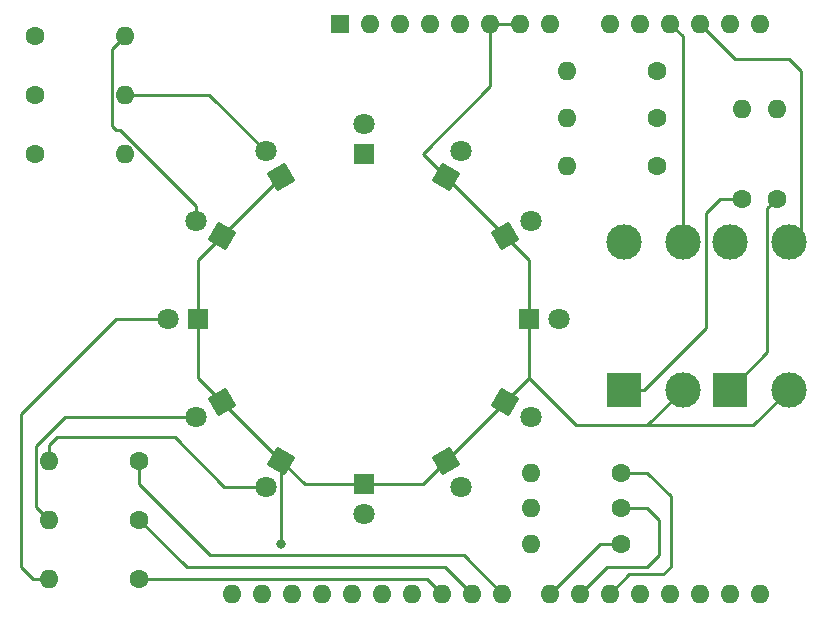
<source format=gbr>
%TF.GenerationSoftware,KiCad,Pcbnew,(6.0.7)*%
%TF.CreationDate,2022-08-22T17:31:34+09:00*%
%TF.ProjectId,LED_Roulette_Shield,4c45445f-526f-4756-9c65-7474655f5368,rev?*%
%TF.SameCoordinates,Original*%
%TF.FileFunction,Copper,L2,Bot*%
%TF.FilePolarity,Positive*%
%FSLAX46Y46*%
G04 Gerber Fmt 4.6, Leading zero omitted, Abs format (unit mm)*
G04 Created by KiCad (PCBNEW (6.0.7)) date 2022-08-22 17:31:34*
%MOMM*%
%LPD*%
G01*
G04 APERTURE LIST*
G04 Aperture macros list*
%AMRotRect*
0 Rectangle, with rotation*
0 The origin of the aperture is its center*
0 $1 length*
0 $2 width*
0 $3 Rotation angle, in degrees counterclockwise*
0 Add horizontal line*
21,1,$1,$2,0,0,$3*%
G04 Aperture macros list end*
%TA.AperFunction,ComponentPad*%
%ADD10RotRect,1.800000X1.800000X150.000000*%
%TD*%
%TA.AperFunction,ComponentPad*%
%ADD11C,1.800000*%
%TD*%
%TA.AperFunction,ComponentPad*%
%ADD12R,3.000000X3.000000*%
%TD*%
%TA.AperFunction,ComponentPad*%
%ADD13C,3.000000*%
%TD*%
%TA.AperFunction,ComponentPad*%
%ADD14RotRect,1.800000X1.800000X210.000000*%
%TD*%
%TA.AperFunction,ComponentPad*%
%ADD15C,1.600000*%
%TD*%
%TA.AperFunction,ComponentPad*%
%ADD16O,1.600000X1.600000*%
%TD*%
%TA.AperFunction,ComponentPad*%
%ADD17R,1.600000X1.600000*%
%TD*%
%TA.AperFunction,ComponentPad*%
%ADD18RotRect,1.800000X1.800000X30.000000*%
%TD*%
%TA.AperFunction,ComponentPad*%
%ADD19RotRect,1.800000X1.800000X240.000000*%
%TD*%
%TA.AperFunction,ComponentPad*%
%ADD20RotRect,1.800000X1.800000X330.000000*%
%TD*%
%TA.AperFunction,ComponentPad*%
%ADD21R,1.800000X1.800000*%
%TD*%
%TA.AperFunction,ComponentPad*%
%ADD22RotRect,1.800000X1.800000X300.000000*%
%TD*%
%TA.AperFunction,ComponentPad*%
%ADD23RotRect,1.800000X1.800000X60.000000*%
%TD*%
%TA.AperFunction,ComponentPad*%
%ADD24RotRect,1.800000X1.800000X120.000000*%
%TD*%
%TA.AperFunction,ViaPad*%
%ADD25C,0.800000*%
%TD*%
%TA.AperFunction,Conductor*%
%ADD26C,0.250000*%
%TD*%
G04 APERTURE END LIST*
D10*
%TO.P,D10,1,K*%
%TO.N,GND*%
X134000000Y-84000000D03*
D11*
%TO.P,D10,2,A*%
%TO.N,Net-(D10-Pad2)*%
X131800295Y-82730000D03*
%TD*%
D12*
%TO.P,S1,1*%
%TO.N,Net-(R13-Pad1)*%
X168000000Y-97000000D03*
D13*
%TO.P,S1,2*%
%TO.N,GND*%
X173000000Y-97000000D03*
%TO.P,S1,3*%
%TO.N,unconnected-(S1-Pad3)*%
X168000000Y-84500000D03*
%TO.P,S1,4*%
%TO.N,A2*%
X173000000Y-84500000D03*
%TD*%
D14*
%TO.P,D8,1,K*%
%TO.N,GND*%
X134000000Y-98000000D03*
D11*
%TO.P,D8,2,A*%
%TO.N,Net-(D8-Pad2)*%
X131800295Y-99270000D03*
%TD*%
D15*
%TO.P,R5,1*%
%TO.N,S05*%
X167810000Y-107000000D03*
D16*
%TO.P,R5,2*%
%TO.N,Net-(D5-Pad2)*%
X160190000Y-107000000D03*
%TD*%
D15*
%TO.P,R12,1*%
%TO.N,S12*%
X118190000Y-77000000D03*
D16*
%TO.P,R12,2*%
%TO.N,Net-(D12-Pad2)*%
X125810000Y-77000000D03*
%TD*%
D15*
%TO.P,R14,1*%
%TO.N,Net-(R14-Pad1)*%
X181000000Y-80810000D03*
D16*
%TO.P,R14,2*%
%TO.N,+5V*%
X181000000Y-73190000D03*
%TD*%
D17*
%TO.P,A1,1,NC*%
%TO.N,unconnected-(A1-Pad1)*%
X144000000Y-66000000D03*
D16*
%TO.P,A1,2,IOREF*%
%TO.N,unconnected-(A1-Pad2)*%
X146540000Y-66000000D03*
%TO.P,A1,3,~{RESET}*%
%TO.N,unconnected-(A1-Pad3)*%
X149080000Y-66000000D03*
%TO.P,A1,4,3V3*%
%TO.N,unconnected-(A1-Pad4)*%
X151620000Y-66000000D03*
%TO.P,A1,5,+5V*%
%TO.N,+5V*%
X154160000Y-66000000D03*
%TO.P,A1,6,GND*%
%TO.N,GND*%
X156700000Y-66000000D03*
%TO.P,A1,7,GND*%
X159240000Y-66000000D03*
%TO.P,A1,8,VIN*%
%TO.N,unconnected-(A1-Pad8)*%
X161780000Y-66000000D03*
%TO.P,A1,9,A0*%
%TO.N,unconnected-(A1-Pad9)*%
X166860000Y-66000000D03*
%TO.P,A1,10,A1*%
%TO.N,unconnected-(A1-Pad10)*%
X169400000Y-66000000D03*
%TO.P,A1,11,A2*%
%TO.N,A2*%
X171940000Y-66000000D03*
%TO.P,A1,12,A3*%
%TO.N,A3*%
X174480000Y-66000000D03*
%TO.P,A1,13,SDA/A4*%
%TO.N,unconnected-(A1-Pad13)*%
X177020000Y-66000000D03*
%TO.P,A1,14,SCL/A5*%
%TO.N,unconnected-(A1-Pad14)*%
X179560000Y-66000000D03*
%TO.P,A1,15,D0/RX*%
%TO.N,unconnected-(A1-Pad15)*%
X179560000Y-114260000D03*
%TO.P,A1,16,D1/TX*%
%TO.N,unconnected-(A1-Pad16)*%
X177020000Y-114260000D03*
%TO.P,A1,17,D2*%
%TO.N,S01*%
X174480000Y-114260000D03*
%TO.P,A1,18,D3*%
%TO.N,S02*%
X171940000Y-114260000D03*
%TO.P,A1,19,D4*%
%TO.N,S03*%
X169400000Y-114260000D03*
%TO.P,A1,20,D5*%
%TO.N,S04*%
X166860000Y-114260000D03*
%TO.P,A1,21,D6*%
%TO.N,S05*%
X164320000Y-114260000D03*
%TO.P,A1,22,D7*%
%TO.N,S06*%
X161780000Y-114260000D03*
%TO.P,A1,23,D8*%
%TO.N,S07*%
X157720000Y-114260000D03*
%TO.P,A1,24,D9*%
%TO.N,S08*%
X155180000Y-114260000D03*
%TO.P,A1,25,D10*%
%TO.N,S09*%
X152640000Y-114260000D03*
%TO.P,A1,26,D11*%
%TO.N,S10*%
X150100000Y-114260000D03*
%TO.P,A1,27,D12*%
%TO.N,S11*%
X147560000Y-114260000D03*
%TO.P,A1,28,D13*%
%TO.N,S12*%
X145020000Y-114260000D03*
%TO.P,A1,29,GND*%
%TO.N,GND*%
X142480000Y-114260000D03*
%TO.P,A1,30,AREF*%
%TO.N,unconnected-(A1-Pad30)*%
X139940000Y-114260000D03*
%TO.P,A1,31,SDA/A4*%
%TO.N,unconnected-(A1-Pad31)*%
X137400000Y-114260000D03*
%TO.P,A1,32,SCL/A5*%
%TO.N,unconnected-(A1-Pad32)*%
X134860000Y-114260000D03*
%TD*%
D15*
%TO.P,R2,1*%
%TO.N,S02*%
X170810000Y-74000000D03*
D16*
%TO.P,R2,2*%
%TO.N,Net-(D2-Pad2)*%
X163190000Y-74000000D03*
%TD*%
D18*
%TO.P,D2,1,K*%
%TO.N,GND*%
X158000000Y-84000000D03*
D11*
%TO.P,D2,2,A*%
%TO.N,Net-(D2-Pad2)*%
X160199705Y-82730000D03*
%TD*%
D19*
%TO.P,D7,1,K*%
%TO.N,GND*%
X139000000Y-103000000D03*
D11*
%TO.P,D7,2,A*%
%TO.N,Net-(D7-Pad2)*%
X137730000Y-105199705D03*
%TD*%
D20*
%TO.P,D4,1,K*%
%TO.N,GND*%
X158000000Y-98000000D03*
D11*
%TO.P,D4,2,A*%
%TO.N,Net-(D4-Pad2)*%
X160199705Y-99270000D03*
%TD*%
D21*
%TO.P,D9,1,K*%
%TO.N,GND*%
X132000000Y-91000000D03*
D11*
%TO.P,D9,2,A*%
%TO.N,Net-(D9-Pad2)*%
X129460000Y-91000000D03*
%TD*%
D15*
%TO.P,R6,1*%
%TO.N,S06*%
X167810000Y-110000000D03*
D16*
%TO.P,R6,2*%
%TO.N,Net-(D6-Pad2)*%
X160190000Y-110000000D03*
%TD*%
D22*
%TO.P,D5,1,K*%
%TO.N,GND*%
X153000000Y-103000000D03*
D11*
%TO.P,D5,2,A*%
%TO.N,Net-(D5-Pad2)*%
X154270000Y-105199705D03*
%TD*%
D15*
%TO.P,R4,1*%
%TO.N,S04*%
X167810000Y-104000000D03*
D16*
%TO.P,R4,2*%
%TO.N,Net-(D4-Pad2)*%
X160190000Y-104000000D03*
%TD*%
D15*
%TO.P,R3,1*%
%TO.N,S03*%
X170810000Y-78000000D03*
D16*
%TO.P,R3,2*%
%TO.N,Net-(D3-Pad2)*%
X163190000Y-78000000D03*
%TD*%
D21*
%TO.P,D6,1,K*%
%TO.N,GND*%
X146000000Y-105000000D03*
D11*
%TO.P,D6,2,A*%
%TO.N,Net-(D6-Pad2)*%
X146000000Y-107540000D03*
%TD*%
D12*
%TO.P,S2,1*%
%TO.N,Net-(R14-Pad1)*%
X177000000Y-97000000D03*
D13*
%TO.P,S2,2*%
%TO.N,GND*%
X182000000Y-97000000D03*
%TO.P,S2,3*%
%TO.N,unconnected-(S2-Pad3)*%
X177000000Y-84500000D03*
%TO.P,S2,4*%
%TO.N,A3*%
X182000000Y-84500000D03*
%TD*%
D15*
%TO.P,R8,1*%
%TO.N,S08*%
X127000000Y-108000000D03*
D16*
%TO.P,R8,2*%
%TO.N,Net-(D8-Pad2)*%
X119380000Y-108000000D03*
%TD*%
D21*
%TO.P,D12,1,K*%
%TO.N,GND*%
X146000000Y-77000000D03*
D11*
%TO.P,D12,2,A*%
%TO.N,Net-(D12-Pad2)*%
X146000000Y-74460000D03*
%TD*%
D21*
%TO.P,D3,1,K*%
%TO.N,GND*%
X160000000Y-91000000D03*
D11*
%TO.P,D3,2,A*%
%TO.N,Net-(D3-Pad2)*%
X162540000Y-91000000D03*
%TD*%
D15*
%TO.P,R10,1*%
%TO.N,S10*%
X118190000Y-67000000D03*
D16*
%TO.P,R10,2*%
%TO.N,Net-(D10-Pad2)*%
X125810000Y-67000000D03*
%TD*%
D23*
%TO.P,D1,1,K*%
%TO.N,GND*%
X153000000Y-79000000D03*
D11*
%TO.P,D1,2,A*%
%TO.N,Net-(D1-Pad2)*%
X154270000Y-76800295D03*
%TD*%
D15*
%TO.P,R9,1*%
%TO.N,S09*%
X127000000Y-113000000D03*
D16*
%TO.P,R9,2*%
%TO.N,Net-(D9-Pad2)*%
X119380000Y-113000000D03*
%TD*%
D15*
%TO.P,R7,1*%
%TO.N,S07*%
X127000000Y-103000000D03*
D16*
%TO.P,R7,2*%
%TO.N,Net-(D7-Pad2)*%
X119380000Y-103000000D03*
%TD*%
D24*
%TO.P,D11,1,K*%
%TO.N,GND*%
X139000000Y-79000000D03*
D11*
%TO.P,D11,2,A*%
%TO.N,Net-(D11-Pad2)*%
X137730000Y-76800295D03*
%TD*%
D15*
%TO.P,R13,1*%
%TO.N,Net-(R13-Pad1)*%
X178000000Y-80810000D03*
D16*
%TO.P,R13,2*%
%TO.N,+5V*%
X178000000Y-73190000D03*
%TD*%
D15*
%TO.P,R11,1*%
%TO.N,S11*%
X118190000Y-72000000D03*
D16*
%TO.P,R11,2*%
%TO.N,Net-(D11-Pad2)*%
X125810000Y-72000000D03*
%TD*%
D15*
%TO.P,R1,1*%
%TO.N,S01*%
X170810000Y-70000000D03*
D16*
%TO.P,R1,2*%
%TO.N,Net-(D1-Pad2)*%
X163190000Y-70000000D03*
%TD*%
D25*
%TO.N,GND*%
X139000000Y-110000000D03*
%TD*%
D26*
%TO.N,GND*%
X178000000Y-100000000D02*
X179000000Y-100000000D01*
X158000000Y-98000000D02*
X153000000Y-103000000D01*
X134000000Y-98000000D02*
X132000000Y-96000000D01*
X160000000Y-96000000D02*
X164000000Y-100000000D01*
X132000000Y-86000000D02*
X134000000Y-84000000D01*
X151000000Y-77000000D02*
X153000000Y-79000000D01*
X156700000Y-71300000D02*
X151000000Y-77000000D01*
X164000000Y-100000000D02*
X170000000Y-100000000D01*
X171000000Y-100000000D02*
X178000000Y-100000000D01*
X132000000Y-96000000D02*
X132000000Y-91000000D01*
X139000000Y-103000000D02*
X139000000Y-110000000D01*
X158000000Y-84000000D02*
X160000000Y-86000000D01*
X179000000Y-100000000D02*
X182000000Y-97000000D01*
X170000000Y-100000000D02*
X171000000Y-100000000D01*
X160000000Y-91000000D02*
X160000000Y-96000000D01*
X160000000Y-86000000D02*
X160000000Y-91000000D01*
X156700000Y-66000000D02*
X156700000Y-71300000D01*
X151000000Y-105000000D02*
X146000000Y-105000000D01*
X141000000Y-105000000D02*
X139000000Y-103000000D01*
X132000000Y-91000000D02*
X132000000Y-86000000D01*
X170750000Y-100000000D02*
X170000000Y-100000000D01*
X153000000Y-103000000D02*
X151000000Y-105000000D01*
X159240000Y-66000000D02*
X156700000Y-66000000D01*
X153000000Y-79000000D02*
X158000000Y-84000000D01*
X160000000Y-96000000D02*
X158000000Y-98000000D01*
X146000000Y-105000000D02*
X141000000Y-105000000D01*
X170000000Y-100000000D02*
X173000000Y-97000000D01*
X139000000Y-103000000D02*
X134000000Y-98000000D01*
X134000000Y-84000000D02*
X139000000Y-79000000D01*
%TO.N,A2*%
X173000000Y-67060000D02*
X171940000Y-66000000D01*
X173000000Y-84500000D02*
X173000000Y-67060000D01*
%TO.N,A3*%
X174480000Y-66000000D02*
X177480000Y-69000000D01*
X183000000Y-83500000D02*
X182000000Y-84500000D01*
X182000000Y-69000000D02*
X183000000Y-70000000D01*
X177480000Y-69000000D02*
X182000000Y-69000000D01*
X183000000Y-70000000D02*
X183000000Y-83500000D01*
%TO.N,S04*%
X167810000Y-104000000D02*
X170000000Y-104000000D01*
X172000000Y-112000000D02*
X171376443Y-112623557D01*
X168496443Y-112623557D02*
X166860000Y-114260000D01*
X172000000Y-106000000D02*
X172000000Y-112000000D01*
X170000000Y-104000000D02*
X172000000Y-106000000D01*
X171376443Y-112623557D02*
X168496443Y-112623557D01*
%TO.N,S05*%
X171000000Y-108000000D02*
X170000000Y-107000000D01*
X166580000Y-112000000D02*
X170000000Y-112000000D01*
X170000000Y-112000000D02*
X171000000Y-111000000D01*
X170000000Y-107000000D02*
X167810000Y-107000000D01*
X171000000Y-111000000D02*
X171000000Y-108000000D01*
X164320000Y-114260000D02*
X166580000Y-112000000D01*
%TO.N,S06*%
X166040000Y-110000000D02*
X167810000Y-110000000D01*
X161780000Y-114260000D02*
X166040000Y-110000000D01*
%TO.N,S07*%
X127000000Y-103000000D02*
X127000000Y-105000000D01*
X154460000Y-111000000D02*
X133000000Y-111000000D01*
X154460000Y-111000000D02*
X157720000Y-114260000D01*
X127000000Y-105000000D02*
X133000000Y-111000000D01*
%TO.N,S08*%
X131000000Y-112000000D02*
X127000000Y-108000000D01*
X152920000Y-112000000D02*
X155180000Y-114260000D01*
X152920000Y-112000000D02*
X131000000Y-112000000D01*
%TO.N,S09*%
X151380000Y-113000000D02*
X152640000Y-114260000D01*
X127000000Y-113000000D02*
X151380000Y-113000000D01*
%TO.N,Net-(D7-Pad2)*%
X119380000Y-101620000D02*
X120000000Y-101000000D01*
X120000000Y-101000000D02*
X130000000Y-101000000D01*
X119380000Y-103000000D02*
X119380000Y-101620000D01*
X134199705Y-105199705D02*
X137730000Y-105199705D01*
X130000000Y-101000000D02*
X134199705Y-105199705D01*
%TO.N,Net-(D8-Pad2)*%
X118255000Y-106875000D02*
X118255000Y-101745000D01*
X118255000Y-101745000D02*
X120730000Y-99270000D01*
X120730000Y-99270000D02*
X131800295Y-99270000D01*
X119380000Y-108000000D02*
X118255000Y-106875000D01*
%TO.N,Net-(D9-Pad2)*%
X117000000Y-112000000D02*
X117000000Y-99000000D01*
X118000000Y-113000000D02*
X117000000Y-112000000D01*
X117000000Y-99000000D02*
X125000000Y-91000000D01*
X125000000Y-91000000D02*
X129460000Y-91000000D01*
X119380000Y-113000000D02*
X118000000Y-113000000D01*
%TO.N,Net-(D10-Pad2)*%
X125000000Y-75000000D02*
X125400991Y-75000000D01*
X125810000Y-67000000D02*
X124685000Y-68125000D01*
X131800295Y-81399304D02*
X131800295Y-82730000D01*
X124685000Y-74685000D02*
X125000000Y-75000000D01*
X125400991Y-75000000D02*
X131800295Y-81399304D01*
X124685000Y-68125000D02*
X124685000Y-74685000D01*
%TO.N,Net-(D11-Pad2)*%
X125810000Y-72000000D02*
X132929705Y-72000000D01*
X132929705Y-72000000D02*
X137730000Y-76800295D01*
%TO.N,Net-(R13-Pad1)*%
X176190000Y-80810000D02*
X175000000Y-82000000D01*
X169750000Y-97000000D02*
X168000000Y-97000000D01*
X175000000Y-82000000D02*
X175000000Y-91750000D01*
X175000000Y-91750000D02*
X169750000Y-97000000D01*
X178000000Y-80810000D02*
X176190000Y-80810000D01*
%TO.N,Net-(R14-Pad1)*%
X181000000Y-80810000D02*
X180175000Y-81635000D01*
X180175000Y-81635000D02*
X180175000Y-93825000D01*
X180175000Y-93825000D02*
X177000000Y-97000000D01*
%TD*%
M02*

</source>
